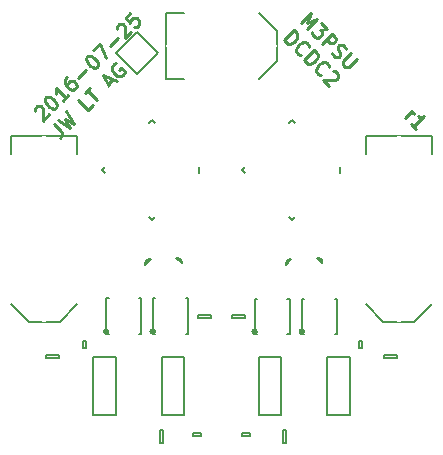
<source format=gto>
G04 #@! TF.FileFunction,Legend,Top*
%FSLAX46Y46*%
G04 Gerber Fmt 4.6, Leading zero omitted, Abs format (unit mm)*
G04 Created by KiCad (PCBNEW 4.1.0-alpha+201605071002+6776~44~ubuntu14.04.1-product) date Mon 25 Jul 2016 08:51:32 BST*
%MOMM*%
%LPD*%
G01*
G04 APERTURE LIST*
%ADD10C,0.100000*%
%ADD11C,0.250000*%
%ADD12C,0.150000*%
%ADD13R,0.450000X0.450000*%
%ADD14R,2.450000X1.036000*%
%ADD15R,2.450000X0.562000*%
%ADD16R,0.740000X2.920000*%
%ADD17R,0.950000X1.000000*%
%ADD18R,0.620000X0.620000*%
%ADD19R,1.000000X0.950000*%
%ADD20R,1.400000X4.200000*%
%ADD21C,1.200000*%
%ADD22R,2.920000X0.740000*%
%ADD23R,1.450000X1.150000*%
%ADD24R,1.150000X1.450000*%
G04 APERTURE END LIST*
D10*
D11*
X115531471Y-90599187D02*
X116097157Y-90033502D01*
X115935532Y-90195126D02*
X116056751Y-90154720D01*
X116137563Y-90154720D01*
X116258781Y-90195126D01*
X116339593Y-90275938D01*
X116501218Y-91568934D02*
X116016345Y-91084061D01*
X116258781Y-91326497D02*
X117107309Y-90477969D01*
X116905279Y-90518375D01*
X116743654Y-90518375D01*
X116622436Y-90477969D01*
X84167887Y-90014828D02*
X84167887Y-89934016D01*
X84208293Y-89812798D01*
X84410323Y-89610767D01*
X84531542Y-89570361D01*
X84612354Y-89570361D01*
X84733572Y-89610767D01*
X84814384Y-89691579D01*
X84895197Y-89853204D01*
X84895197Y-90822950D01*
X85420476Y-90297671D01*
X85097227Y-88923864D02*
X85178039Y-88843051D01*
X85299258Y-88802645D01*
X85380070Y-88802645D01*
X85501288Y-88843051D01*
X85703319Y-88964270D01*
X85905349Y-89166300D01*
X86026567Y-89368331D01*
X86066974Y-89489549D01*
X86066974Y-89570361D01*
X86026567Y-89691579D01*
X85945755Y-89772392D01*
X85824537Y-89812798D01*
X85743725Y-89812798D01*
X85622506Y-89772392D01*
X85420476Y-89651173D01*
X85218445Y-89449143D01*
X85097227Y-89247112D01*
X85056821Y-89125894D01*
X85056821Y-89045082D01*
X85097227Y-88923864D01*
X87036720Y-88681427D02*
X86551847Y-89166300D01*
X86794283Y-88923864D02*
X85945755Y-88075335D01*
X85986161Y-88277366D01*
X85986161Y-88438990D01*
X85945755Y-88560209D01*
X86915502Y-87105589D02*
X86753877Y-87267213D01*
X86713471Y-87388432D01*
X86713471Y-87469244D01*
X86753877Y-87671274D01*
X86875096Y-87873305D01*
X87198344Y-88196554D01*
X87319563Y-88236960D01*
X87400375Y-88236960D01*
X87521593Y-88196554D01*
X87683218Y-88034929D01*
X87723624Y-87913711D01*
X87723624Y-87832899D01*
X87683218Y-87711680D01*
X87481187Y-87509650D01*
X87359969Y-87469244D01*
X87279157Y-87469244D01*
X87157938Y-87509650D01*
X86996314Y-87671274D01*
X86955908Y-87792493D01*
X86955908Y-87873305D01*
X86996314Y-87994523D01*
X87885248Y-87186401D02*
X88531746Y-86539904D01*
X88572152Y-85448939D02*
X88652964Y-85368127D01*
X88774182Y-85327720D01*
X88854995Y-85327720D01*
X88976213Y-85368127D01*
X89178243Y-85489345D01*
X89380274Y-85691375D01*
X89501492Y-85893406D01*
X89541898Y-86014624D01*
X89541898Y-86095436D01*
X89501492Y-86216655D01*
X89420680Y-86297467D01*
X89299462Y-86337873D01*
X89218650Y-86337873D01*
X89097431Y-86297467D01*
X88895401Y-86176249D01*
X88693370Y-85974218D01*
X88572152Y-85772188D01*
X88531746Y-85650969D01*
X88531746Y-85570157D01*
X88572152Y-85448939D01*
X89137837Y-84883253D02*
X89703523Y-84317568D01*
X90188396Y-85529751D01*
X90552051Y-84519598D02*
X91198549Y-83873101D01*
X91117736Y-83064979D02*
X91117736Y-82984167D01*
X91158142Y-82862948D01*
X91360173Y-82660918D01*
X91481391Y-82620512D01*
X91562203Y-82620512D01*
X91683422Y-82660918D01*
X91764234Y-82741730D01*
X91845046Y-82903354D01*
X91845046Y-83873101D01*
X92370325Y-83347821D01*
X92289513Y-81731577D02*
X91885452Y-82135638D01*
X92249107Y-82580106D01*
X92249107Y-82499293D01*
X92289513Y-82378075D01*
X92491544Y-82176045D01*
X92612762Y-82135638D01*
X92693574Y-82135638D01*
X92814793Y-82176045D01*
X93016823Y-82378075D01*
X93057229Y-82499293D01*
X93057229Y-82580106D01*
X93016823Y-82701324D01*
X92814793Y-82903354D01*
X92693574Y-82943760D01*
X92612762Y-82943760D01*
X85819486Y-91100742D02*
X86425578Y-91706834D01*
X86506390Y-91868458D01*
X86506390Y-92030083D01*
X86425578Y-92191707D01*
X86344766Y-92272519D01*
X86142735Y-90777494D02*
X87193294Y-91423991D01*
X86748827Y-90656275D01*
X87516543Y-91100742D01*
X86870045Y-90050184D01*
X89092381Y-89524904D02*
X88688320Y-89928965D01*
X87839791Y-89080437D01*
X88405477Y-88514752D02*
X88890350Y-88029879D01*
X89496442Y-89120843D02*
X88647913Y-88272315D01*
X90385376Y-87747036D02*
X90789437Y-87342975D01*
X90547000Y-88070285D02*
X89981315Y-86938914D01*
X91112686Y-87504599D01*
X91031873Y-85969167D02*
X90910655Y-86009574D01*
X90789437Y-86130792D01*
X90708625Y-86292416D01*
X90708625Y-86454041D01*
X90749031Y-86575259D01*
X90870249Y-86777289D01*
X90991467Y-86898508D01*
X91193498Y-87019726D01*
X91314716Y-87060132D01*
X91476341Y-87060132D01*
X91637965Y-86979320D01*
X91718777Y-86898508D01*
X91799589Y-86736883D01*
X91799589Y-86656071D01*
X91516747Y-86373228D01*
X91355122Y-86534853D01*
X106691230Y-82529378D02*
X107539758Y-81680849D01*
X107216509Y-82569784D01*
X108105443Y-82246535D01*
X107256915Y-83095063D01*
X108428692Y-82569784D02*
X108953971Y-83095063D01*
X108347880Y-83135469D01*
X108469098Y-83256687D01*
X108509504Y-83377906D01*
X108509504Y-83458718D01*
X108469098Y-83579936D01*
X108267068Y-83781967D01*
X108145849Y-83822373D01*
X108065037Y-83822373D01*
X107943819Y-83781967D01*
X107701382Y-83539530D01*
X107660976Y-83418312D01*
X107660976Y-83337500D01*
X108469098Y-84307246D02*
X109317626Y-83458718D01*
X109640875Y-83781967D01*
X109681281Y-83903185D01*
X109681281Y-83983997D01*
X109640875Y-84105216D01*
X109519657Y-84226434D01*
X109398438Y-84266840D01*
X109317626Y-84266840D01*
X109196408Y-84226434D01*
X108873159Y-83903185D01*
X109317626Y-85074962D02*
X109398438Y-85236586D01*
X109600469Y-85438617D01*
X109721687Y-85479023D01*
X109802499Y-85479023D01*
X109923718Y-85438617D01*
X110004530Y-85357805D01*
X110044936Y-85236586D01*
X110044936Y-85155774D01*
X110004530Y-85034556D01*
X109883312Y-84832525D01*
X109842906Y-84711307D01*
X109842906Y-84630495D01*
X109883312Y-84509277D01*
X109964124Y-84428464D01*
X110085342Y-84388058D01*
X110166154Y-84388058D01*
X110287373Y-84428464D01*
X110489403Y-84630495D01*
X110570215Y-84792119D01*
X110974276Y-85115368D02*
X110287373Y-85802272D01*
X110246967Y-85923490D01*
X110246967Y-86004302D01*
X110287373Y-86125521D01*
X110448997Y-86287145D01*
X110570215Y-86327551D01*
X110651028Y-86327551D01*
X110772246Y-86287145D01*
X111459150Y-85600241D01*
X105302270Y-84039556D02*
X106150798Y-83191028D01*
X106352828Y-83393058D01*
X106433641Y-83554682D01*
X106433641Y-83716307D01*
X106393234Y-83837525D01*
X106272016Y-84039556D01*
X106150798Y-84160774D01*
X105948767Y-84281992D01*
X105827549Y-84322398D01*
X105665925Y-84322398D01*
X105504300Y-84241586D01*
X105302270Y-84039556D01*
X106716483Y-85292145D02*
X106635671Y-85292145D01*
X106474047Y-85211333D01*
X106393234Y-85130520D01*
X106312422Y-84968896D01*
X106312422Y-84807272D01*
X106352828Y-84686053D01*
X106474047Y-84484023D01*
X106595265Y-84362804D01*
X106797296Y-84241586D01*
X106918514Y-84201180D01*
X107080138Y-84201180D01*
X107241763Y-84281992D01*
X107322575Y-84362804D01*
X107403387Y-84524429D01*
X107403387Y-84605241D01*
X106999326Y-85736612D02*
X107847854Y-84888084D01*
X108049885Y-85090114D01*
X108130697Y-85251739D01*
X108130697Y-85413363D01*
X108090291Y-85534581D01*
X107969072Y-85736612D01*
X107847854Y-85857830D01*
X107645824Y-85979049D01*
X107524605Y-86019455D01*
X107362981Y-86019455D01*
X107201357Y-85938642D01*
X106999326Y-85736612D01*
X108413540Y-86989201D02*
X108332727Y-86989201D01*
X108171103Y-86908389D01*
X108090291Y-86827577D01*
X108009479Y-86665952D01*
X108009479Y-86504328D01*
X108049885Y-86383110D01*
X108171103Y-86181079D01*
X108292321Y-86059861D01*
X108494352Y-85938642D01*
X108615570Y-85898236D01*
X108777195Y-85898236D01*
X108938819Y-85979049D01*
X109019631Y-86059861D01*
X109100443Y-86221485D01*
X109100443Y-86302297D01*
X109423692Y-86625546D02*
X109504504Y-86625546D01*
X109625723Y-86665952D01*
X109827753Y-86867983D01*
X109868159Y-86989201D01*
X109868159Y-87070013D01*
X109827753Y-87191232D01*
X109746941Y-87272044D01*
X109585317Y-87352856D01*
X108615570Y-87352856D01*
X109140849Y-87878135D01*
D12*
X102911803Y-108700000D02*
G75*
G03X102911803Y-108700000I-111803J0D01*
G01*
X103000000Y-108700000D02*
G75*
G03X103000000Y-108700000I-200000J0D01*
G01*
X102800000Y-105900000D02*
X103020000Y-105900000D01*
X102800000Y-108900000D02*
X103020000Y-108900000D01*
X105800000Y-108900000D02*
X105580000Y-108900000D01*
X105800000Y-105900000D02*
X105580000Y-105900000D01*
X102800000Y-105900000D02*
X102800000Y-108900000D01*
X105800000Y-105900000D02*
X105800000Y-108900000D01*
X94286803Y-108686000D02*
G75*
G03X94286803Y-108686000I-111803J0D01*
G01*
X94375000Y-108686000D02*
G75*
G03X94375000Y-108686000I-200000J0D01*
G01*
X94175000Y-105886000D02*
X94395000Y-105886000D01*
X94175000Y-108886000D02*
X94395000Y-108886000D01*
X97175000Y-108886000D02*
X96955000Y-108886000D01*
X97175000Y-105886000D02*
X96955000Y-105886000D01*
X94175000Y-105886000D02*
X94175000Y-108886000D01*
X97175000Y-105886000D02*
X97175000Y-108886000D01*
X106911803Y-108700000D02*
G75*
G03X106911803Y-108700000I-111803J0D01*
G01*
X107000000Y-108700000D02*
G75*
G03X107000000Y-108700000I-200000J0D01*
G01*
X106800000Y-105900000D02*
X107020000Y-105900000D01*
X106800000Y-108900000D02*
X107020000Y-108900000D01*
X109800000Y-108900000D02*
X109580000Y-108900000D01*
X109800000Y-105900000D02*
X109580000Y-105900000D01*
X106800000Y-105900000D02*
X106800000Y-108900000D01*
X109800000Y-105900000D02*
X109800000Y-108900000D01*
X90336803Y-108686000D02*
G75*
G03X90336803Y-108686000I-111803J0D01*
G01*
X90425000Y-108686000D02*
G75*
G03X90425000Y-108686000I-200000J0D01*
G01*
X90225000Y-105886000D02*
X90445000Y-105886000D01*
X90225000Y-108886000D02*
X90445000Y-108886000D01*
X93225000Y-108886000D02*
X93005000Y-108886000D01*
X93225000Y-105886000D02*
X93005000Y-105886000D01*
X90225000Y-105886000D02*
X90225000Y-108886000D01*
X93225000Y-105886000D02*
X93225000Y-108886000D01*
X96810000Y-81715000D02*
X95310000Y-81715000D01*
X95310000Y-81715000D02*
X95310000Y-87285000D01*
X95310000Y-87285000D02*
X96810000Y-87285000D01*
X103190000Y-87285000D02*
X104690000Y-85785000D01*
X104690000Y-85785000D02*
X104690000Y-83215000D01*
X104690000Y-83215000D02*
X103190000Y-81715000D01*
X88525000Y-110125000D02*
X88275000Y-110125000D01*
X88275000Y-110125000D02*
X88275000Y-109475000D01*
X88275000Y-109475000D02*
X88525000Y-109475000D01*
X88525000Y-109475000D02*
X88525000Y-110125000D01*
X97575000Y-117525000D02*
X97575000Y-117275000D01*
X97575000Y-117275000D02*
X98225000Y-117275000D01*
X98225000Y-117275000D02*
X98225000Y-117525000D01*
X98225000Y-117525000D02*
X97575000Y-117525000D01*
X102425000Y-117275000D02*
X102425000Y-117525000D01*
X102425000Y-117525000D02*
X101775000Y-117525000D01*
X101775000Y-117525000D02*
X101775000Y-117275000D01*
X101775000Y-117275000D02*
X102425000Y-117275000D01*
X91050000Y-115725000D02*
X89150000Y-115725000D01*
X89150000Y-115725000D02*
X89150000Y-110875000D01*
X89150000Y-110875000D02*
X91050000Y-110875000D01*
X91050000Y-110875000D02*
X91050000Y-115725000D01*
X94950000Y-110875000D02*
X96850000Y-110875000D01*
X96850000Y-110875000D02*
X96850000Y-115725000D01*
X96850000Y-115725000D02*
X94950000Y-115725000D01*
X94950000Y-115725000D02*
X94950000Y-110875000D01*
X110850000Y-115725000D02*
X108950000Y-115725000D01*
X108950000Y-115725000D02*
X108950000Y-110875000D01*
X108950000Y-110875000D02*
X110850000Y-110875000D01*
X110850000Y-110875000D02*
X110850000Y-115725000D01*
X117785000Y-93635000D02*
X117785000Y-92135000D01*
X117785000Y-92135000D02*
X112215000Y-92135000D01*
X112215000Y-92135000D02*
X112215000Y-93635000D01*
X112215000Y-106365000D02*
X113715000Y-107865000D01*
X113715000Y-107865000D02*
X116285000Y-107865000D01*
X116285000Y-107865000D02*
X117785000Y-106365000D01*
X87785000Y-93635000D02*
X87785000Y-92135000D01*
X87785000Y-92135000D02*
X82215000Y-92135000D01*
X82215000Y-92135000D02*
X82215000Y-93635000D01*
X82215000Y-106365000D02*
X83715000Y-107865000D01*
X83715000Y-107865000D02*
X86285000Y-107865000D01*
X86285000Y-107865000D02*
X87785000Y-106365000D01*
X98095153Y-94752513D02*
X98095153Y-95247487D01*
X94347487Y-98995153D02*
X94100000Y-99242641D01*
X94100000Y-99242641D02*
X93852513Y-98995153D01*
X90104847Y-94752513D02*
X89857359Y-95000000D01*
X89857359Y-95000000D02*
X90104847Y-95247487D01*
X93852513Y-91004847D02*
X94100000Y-90757359D01*
X94100000Y-90757359D02*
X94347487Y-91004847D01*
X93611612Y-102611612D02*
X94018198Y-102558579D01*
X93611612Y-102611612D02*
X93558579Y-103018198D01*
X94018198Y-102558579D02*
X93558579Y-103018198D01*
X96588388Y-102511612D02*
X96641421Y-102918198D01*
X96588388Y-102511612D02*
X96181802Y-102458579D01*
X96641421Y-102918198D02*
X96181802Y-102458579D01*
X105511612Y-102611612D02*
X105918198Y-102558579D01*
X105511612Y-102611612D02*
X105458579Y-103018198D01*
X105918198Y-102558579D02*
X105458579Y-103018198D01*
X108488388Y-102511612D02*
X108541421Y-102918198D01*
X108488388Y-102511612D02*
X108081802Y-102458579D01*
X108541421Y-102918198D02*
X108081802Y-102458579D01*
X86250000Y-110675000D02*
X86250000Y-110925000D01*
X86250000Y-110925000D02*
X85150000Y-110925000D01*
X85150000Y-110925000D02*
X85150000Y-110675000D01*
X85150000Y-110675000D02*
X86250000Y-110675000D01*
X98050000Y-107525000D02*
X98050000Y-107275000D01*
X98050000Y-107275000D02*
X99150000Y-107275000D01*
X99150000Y-107275000D02*
X99150000Y-107525000D01*
X99150000Y-107525000D02*
X98050000Y-107525000D01*
X95025000Y-118150000D02*
X94775000Y-118150000D01*
X94775000Y-118150000D02*
X94775000Y-117050000D01*
X94775000Y-117050000D02*
X95025000Y-117050000D01*
X95025000Y-117050000D02*
X95025000Y-118150000D01*
X100850000Y-107525000D02*
X100850000Y-107275000D01*
X100850000Y-107275000D02*
X101950000Y-107275000D01*
X101950000Y-107275000D02*
X101950000Y-107525000D01*
X101950000Y-107525000D02*
X100850000Y-107525000D01*
X114850000Y-110675000D02*
X114850000Y-110925000D01*
X114850000Y-110925000D02*
X113750000Y-110925000D01*
X113750000Y-110925000D02*
X113750000Y-110675000D01*
X113750000Y-110675000D02*
X114850000Y-110675000D01*
X109995153Y-94752513D02*
X109995153Y-95247487D01*
X106247487Y-98995153D02*
X106000000Y-99242641D01*
X106000000Y-99242641D02*
X105752513Y-98995153D01*
X102004847Y-94752513D02*
X101757359Y-95000000D01*
X101757359Y-95000000D02*
X102004847Y-95247487D01*
X105752513Y-91004847D02*
X106000000Y-90757359D01*
X106000000Y-90757359D02*
X106247487Y-91004847D01*
X111925000Y-110125000D02*
X111675000Y-110125000D01*
X111675000Y-110125000D02*
X111675000Y-109475000D01*
X111675000Y-109475000D02*
X111925000Y-109475000D01*
X111925000Y-109475000D02*
X111925000Y-110125000D01*
X105050000Y-115725000D02*
X103150000Y-115725000D01*
X103150000Y-115725000D02*
X103150000Y-110875000D01*
X103150000Y-110875000D02*
X105050000Y-110875000D01*
X105050000Y-110875000D02*
X105050000Y-115725000D01*
X105175000Y-117050000D02*
X105425000Y-117050000D01*
X105425000Y-117050000D02*
X105425000Y-118150000D01*
X105425000Y-118150000D02*
X105175000Y-118150000D01*
X105175000Y-118150000D02*
X105175000Y-117050000D01*
X91033949Y-85130000D02*
X92830000Y-83333949D01*
X92830000Y-83333949D02*
X94626051Y-85130000D01*
X94626051Y-85130000D02*
X92830000Y-86926051D01*
X92830000Y-86926051D02*
X91033949Y-85130000D01*
%LPC*%
D13*
X105275000Y-108786000D03*
X104625000Y-108786000D03*
X103325000Y-108786000D03*
X103975000Y-108786000D03*
X103325000Y-106014000D03*
X103975000Y-106014000D03*
X104625000Y-106014000D03*
X105275000Y-106014000D03*
D14*
X104300000Y-106966000D03*
D15*
X104300000Y-108071000D03*
D13*
X96650000Y-108772000D03*
X96000000Y-108772000D03*
X94700000Y-108772000D03*
X95350000Y-108772000D03*
X94700000Y-106000000D03*
X95350000Y-106000000D03*
X96000000Y-106000000D03*
X96650000Y-106000000D03*
D14*
X95675000Y-106952000D03*
D15*
X95675000Y-108057000D03*
D13*
X109275000Y-108786000D03*
X108625000Y-108786000D03*
X107325000Y-108786000D03*
X107975000Y-108786000D03*
X107325000Y-106014000D03*
X107975000Y-106014000D03*
X108625000Y-106014000D03*
X109275000Y-106014000D03*
D14*
X108300000Y-106966000D03*
D15*
X108300000Y-108071000D03*
D13*
X92700000Y-108772000D03*
X92050000Y-108772000D03*
X90750000Y-108772000D03*
X91400000Y-108772000D03*
X90750000Y-106000000D03*
X91400000Y-106000000D03*
X92050000Y-106000000D03*
X92700000Y-106000000D03*
D14*
X91725000Y-106952000D03*
D15*
X91725000Y-108057000D03*
D10*
G36*
X92856604Y-90818198D02*
X92418198Y-91256604D01*
X91979792Y-90818198D01*
X92418198Y-90379792D01*
X92856604Y-90818198D01*
X92856604Y-90818198D01*
G37*
G36*
X92220208Y-90181802D02*
X91781802Y-90620208D01*
X91343396Y-90181802D01*
X91781802Y-89743396D01*
X92220208Y-90181802D01*
X92220208Y-90181802D01*
G37*
G36*
X104756604Y-90818198D02*
X104318198Y-91256604D01*
X103879792Y-90818198D01*
X104318198Y-90379792D01*
X104756604Y-90818198D01*
X104756604Y-90818198D01*
G37*
G36*
X104120208Y-90181802D02*
X103681802Y-90620208D01*
X103243396Y-90181802D01*
X103681802Y-89743396D01*
X104120208Y-90181802D01*
X104120208Y-90181802D01*
G37*
G36*
X107918198Y-100043396D02*
X108356604Y-100481802D01*
X107918198Y-100920208D01*
X107479792Y-100481802D01*
X107918198Y-100043396D01*
X107918198Y-100043396D01*
G37*
G36*
X107281802Y-100679792D02*
X107720208Y-101118198D01*
X107281802Y-101556604D01*
X106843396Y-101118198D01*
X107281802Y-100679792D01*
X107281802Y-100679792D01*
G37*
G36*
X96018198Y-100043396D02*
X96456604Y-100481802D01*
X96018198Y-100920208D01*
X95579792Y-100481802D01*
X96018198Y-100043396D01*
X96018198Y-100043396D01*
G37*
G36*
X95381802Y-100679792D02*
X95820208Y-101118198D01*
X95381802Y-101556604D01*
X94943396Y-101118198D01*
X95381802Y-100679792D01*
X95381802Y-100679792D01*
G37*
G36*
X92743396Y-88781802D02*
X93181802Y-88343396D01*
X93620208Y-88781802D01*
X93181802Y-89220208D01*
X92743396Y-88781802D01*
X92743396Y-88781802D01*
G37*
G36*
X93379792Y-89418198D02*
X93818198Y-88979792D01*
X94256604Y-89418198D01*
X93818198Y-89856604D01*
X93379792Y-89418198D01*
X93379792Y-89418198D01*
G37*
D16*
X97460000Y-86215000D03*
X97460000Y-82785000D03*
X98730000Y-86215000D03*
X98730000Y-82785000D03*
X100000000Y-86215000D03*
X100000000Y-82785000D03*
X101270000Y-86215000D03*
X101270000Y-82785000D03*
X102540000Y-86215000D03*
X102540000Y-82785000D03*
D10*
G36*
X104643396Y-88781802D02*
X105081802Y-88343396D01*
X105520208Y-88781802D01*
X105081802Y-89220208D01*
X104643396Y-88781802D01*
X104643396Y-88781802D01*
G37*
G36*
X105279792Y-89418198D02*
X105718198Y-88979792D01*
X106156604Y-89418198D01*
X105718198Y-89856604D01*
X105279792Y-89418198D01*
X105279792Y-89418198D01*
G37*
D17*
X89200000Y-109800000D03*
X87600000Y-109800000D03*
D10*
G36*
X90381802Y-99356604D02*
X89943396Y-98918198D01*
X90381802Y-98479792D01*
X90820208Y-98918198D01*
X90381802Y-99356604D01*
X90381802Y-99356604D01*
G37*
G36*
X91018198Y-98720208D02*
X90579792Y-98281802D01*
X91018198Y-97843396D01*
X91456604Y-98281802D01*
X91018198Y-98720208D01*
X91018198Y-98720208D01*
G37*
G36*
X91318198Y-88543396D02*
X91756604Y-88981802D01*
X91318198Y-89420208D01*
X90879792Y-88981802D01*
X91318198Y-88543396D01*
X91318198Y-88543396D01*
G37*
G36*
X90681802Y-89179792D02*
X91120208Y-89618198D01*
X90681802Y-90056604D01*
X90243396Y-89618198D01*
X90681802Y-89179792D01*
X90681802Y-89179792D01*
G37*
G36*
X91456604Y-92218198D02*
X91018198Y-92656604D01*
X90579792Y-92218198D01*
X91018198Y-91779792D01*
X91456604Y-92218198D01*
X91456604Y-92218198D01*
G37*
G36*
X90820208Y-91581802D02*
X90381802Y-92020208D01*
X89943396Y-91581802D01*
X90381802Y-91143396D01*
X90820208Y-91581802D01*
X90820208Y-91581802D01*
G37*
G36*
X90618198Y-87843396D02*
X91056604Y-88281802D01*
X90618198Y-88720208D01*
X90179792Y-88281802D01*
X90618198Y-87843396D01*
X90618198Y-87843396D01*
G37*
G36*
X89981802Y-88479792D02*
X90420208Y-88918198D01*
X89981802Y-89356604D01*
X89543396Y-88918198D01*
X89981802Y-88479792D01*
X89981802Y-88479792D01*
G37*
G36*
X90756604Y-92918198D02*
X90318198Y-93356604D01*
X89879792Y-92918198D01*
X90318198Y-92479792D01*
X90756604Y-92918198D01*
X90756604Y-92918198D01*
G37*
G36*
X90120208Y-92281802D02*
X89681802Y-92720208D01*
X89243396Y-92281802D01*
X89681802Y-91843396D01*
X90120208Y-92281802D01*
X90120208Y-92281802D01*
G37*
D18*
X99100000Y-99850000D03*
X99100000Y-98950000D03*
D10*
G36*
X96981802Y-90256604D02*
X96543396Y-89818198D01*
X96981802Y-89379792D01*
X97420208Y-89818198D01*
X96981802Y-90256604D01*
X96981802Y-90256604D01*
G37*
G36*
X97618198Y-89620208D02*
X97179792Y-89181802D01*
X97618198Y-88743396D01*
X98056604Y-89181802D01*
X97618198Y-89620208D01*
X97618198Y-89620208D01*
G37*
D18*
X98700000Y-97950000D03*
X98700000Y-97050000D03*
D10*
G36*
X90643396Y-90881802D02*
X91081802Y-90443396D01*
X91520208Y-90881802D01*
X91081802Y-91320208D01*
X90643396Y-90881802D01*
X90643396Y-90881802D01*
G37*
G36*
X91279792Y-91518198D02*
X91718198Y-91079792D01*
X92156604Y-91518198D01*
X91718198Y-91956604D01*
X91279792Y-91518198D01*
X91279792Y-91518198D01*
G37*
D19*
X97900000Y-118200000D03*
X97900000Y-116600000D03*
X102100000Y-116600000D03*
X102100000Y-118200000D03*
D10*
G36*
X103138406Y-100200000D02*
X102700000Y-100638406D01*
X102261594Y-100200000D01*
X102700000Y-99761594D01*
X103138406Y-100200000D01*
X103138406Y-100200000D01*
G37*
G36*
X102502010Y-99563604D02*
X102063604Y-100002010D01*
X101625198Y-99563604D01*
X102063604Y-99125198D01*
X102502010Y-99563604D01*
X102502010Y-99563604D01*
G37*
G36*
X113081802Y-90756604D02*
X112643396Y-90318198D01*
X113081802Y-89879792D01*
X113520208Y-90318198D01*
X113081802Y-90756604D01*
X113081802Y-90756604D01*
G37*
G36*
X113718198Y-90120208D02*
X113279792Y-89681802D01*
X113718198Y-89243396D01*
X114156604Y-89681802D01*
X113718198Y-90120208D01*
X113718198Y-90120208D01*
G37*
G36*
X103356604Y-92218198D02*
X102918198Y-92656604D01*
X102479792Y-92218198D01*
X102918198Y-91779792D01*
X103356604Y-92218198D01*
X103356604Y-92218198D01*
G37*
G36*
X102720208Y-91581802D02*
X102281802Y-92020208D01*
X101843396Y-91581802D01*
X102281802Y-91143396D01*
X102720208Y-91581802D01*
X102720208Y-91581802D01*
G37*
G36*
X113781802Y-91456604D02*
X113343396Y-91018198D01*
X113781802Y-90579792D01*
X114220208Y-91018198D01*
X113781802Y-91456604D01*
X113781802Y-91456604D01*
G37*
G36*
X114418198Y-90820208D02*
X113979792Y-90381802D01*
X114418198Y-89943396D01*
X114856604Y-90381802D01*
X114418198Y-90820208D01*
X114418198Y-90820208D01*
G37*
G36*
X102418198Y-92643396D02*
X102856604Y-93081802D01*
X102418198Y-93520208D01*
X101979792Y-93081802D01*
X102418198Y-92643396D01*
X102418198Y-92643396D01*
G37*
G36*
X101781802Y-93279792D02*
X102220208Y-93718198D01*
X101781802Y-94156604D01*
X101343396Y-93718198D01*
X101781802Y-93279792D01*
X101781802Y-93279792D01*
G37*
G36*
X110036396Y-88525198D02*
X110474802Y-88963604D01*
X110036396Y-89402010D01*
X109597990Y-88963604D01*
X110036396Y-88525198D01*
X110036396Y-88525198D01*
G37*
G36*
X109400000Y-89161594D02*
X109838406Y-89600000D01*
X109400000Y-90038406D01*
X108961594Y-89600000D01*
X109400000Y-89161594D01*
X109400000Y-89161594D01*
G37*
G36*
X112756604Y-89718198D02*
X112318198Y-90156604D01*
X111879792Y-89718198D01*
X112318198Y-89279792D01*
X112756604Y-89718198D01*
X112756604Y-89718198D01*
G37*
G36*
X112120208Y-89081802D02*
X111681802Y-89520208D01*
X111243396Y-89081802D01*
X111681802Y-88643396D01*
X112120208Y-89081802D01*
X112120208Y-89081802D01*
G37*
G36*
X109336396Y-87825198D02*
X109774802Y-88263604D01*
X109336396Y-88702010D01*
X108897990Y-88263604D01*
X109336396Y-87825198D01*
X109336396Y-87825198D01*
G37*
G36*
X108700000Y-88461594D02*
X109138406Y-88900000D01*
X108700000Y-89338406D01*
X108261594Y-88900000D01*
X108700000Y-88461594D01*
X108700000Y-88461594D01*
G37*
D20*
X91950000Y-113300000D03*
X88250000Y-113300000D03*
X94050000Y-113300000D03*
X97750000Y-113300000D03*
X111750000Y-113300000D03*
X108050000Y-113300000D03*
D21*
X115000000Y-107305000D03*
X115000000Y-92695000D03*
D22*
X113285000Y-94285000D03*
X116715000Y-94285000D03*
X113285000Y-95555000D03*
X116715000Y-95555000D03*
X113285000Y-96825000D03*
X116715000Y-96825000D03*
X113285000Y-98095000D03*
X116715000Y-98095000D03*
X113285000Y-99365000D03*
X116715000Y-99365000D03*
X113285000Y-100635000D03*
X116715000Y-100635000D03*
X113285000Y-101905000D03*
X116715000Y-101905000D03*
X113285000Y-103175000D03*
X116715000Y-103175000D03*
X113285000Y-104445000D03*
X116715000Y-104445000D03*
X113285000Y-105715000D03*
X116715000Y-105715000D03*
D21*
X85000000Y-107305000D03*
X85000000Y-92695000D03*
D22*
X83285000Y-94285000D03*
X86715000Y-94285000D03*
X83285000Y-95555000D03*
X86715000Y-95555000D03*
X83285000Y-96825000D03*
X86715000Y-96825000D03*
X83285000Y-98095000D03*
X86715000Y-98095000D03*
X83285000Y-99365000D03*
X86715000Y-99365000D03*
X83285000Y-100635000D03*
X86715000Y-100635000D03*
X83285000Y-101905000D03*
X86715000Y-101905000D03*
X83285000Y-103175000D03*
X86715000Y-103175000D03*
X83285000Y-104445000D03*
X86715000Y-104445000D03*
X83285000Y-105715000D03*
X86715000Y-105715000D03*
D10*
G36*
X97900699Y-94204505D02*
X98077476Y-94381282D01*
X97582501Y-94876257D01*
X97405724Y-94699480D01*
X97900699Y-94204505D01*
X97900699Y-94204505D01*
G37*
G36*
X97547146Y-93850951D02*
X97723923Y-94027728D01*
X97228948Y-94522703D01*
X97052171Y-94345926D01*
X97547146Y-93850951D01*
X97547146Y-93850951D01*
G37*
G36*
X97193592Y-93497398D02*
X97370369Y-93674175D01*
X96875394Y-94169150D01*
X96698617Y-93992373D01*
X97193592Y-93497398D01*
X97193592Y-93497398D01*
G37*
G36*
X96840039Y-93143844D02*
X97016816Y-93320621D01*
X96521841Y-93815596D01*
X96345064Y-93638819D01*
X96840039Y-93143844D01*
X96840039Y-93143844D01*
G37*
G36*
X96486485Y-92790291D02*
X96663262Y-92967068D01*
X96168287Y-93462043D01*
X95991510Y-93285266D01*
X96486485Y-92790291D01*
X96486485Y-92790291D01*
G37*
G36*
X96132932Y-92436738D02*
X96309709Y-92613515D01*
X95814734Y-93108490D01*
X95637957Y-92931713D01*
X96132932Y-92436738D01*
X96132932Y-92436738D01*
G37*
G36*
X95779379Y-92083184D02*
X95956156Y-92259961D01*
X95461181Y-92754936D01*
X95284404Y-92578159D01*
X95779379Y-92083184D01*
X95779379Y-92083184D01*
G37*
G36*
X95425825Y-91729631D02*
X95602602Y-91906408D01*
X95107627Y-92401383D01*
X94930850Y-92224606D01*
X95425825Y-91729631D01*
X95425825Y-91729631D01*
G37*
G36*
X95072272Y-91376077D02*
X95249049Y-91552854D01*
X94754074Y-92047829D01*
X94577297Y-91871052D01*
X95072272Y-91376077D01*
X95072272Y-91376077D01*
G37*
G36*
X94718718Y-91022524D02*
X94895495Y-91199301D01*
X94400520Y-91694276D01*
X94223743Y-91517499D01*
X94718718Y-91022524D01*
X94718718Y-91022524D01*
G37*
G36*
X93481282Y-91022524D02*
X93976257Y-91517499D01*
X93799480Y-91694276D01*
X93304505Y-91199301D01*
X93481282Y-91022524D01*
X93481282Y-91022524D01*
G37*
G36*
X93127728Y-91376077D02*
X93622703Y-91871052D01*
X93445926Y-92047829D01*
X92950951Y-91552854D01*
X93127728Y-91376077D01*
X93127728Y-91376077D01*
G37*
G36*
X92774175Y-91729631D02*
X93269150Y-92224606D01*
X93092373Y-92401383D01*
X92597398Y-91906408D01*
X92774175Y-91729631D01*
X92774175Y-91729631D01*
G37*
G36*
X92420621Y-92083184D02*
X92915596Y-92578159D01*
X92738819Y-92754936D01*
X92243844Y-92259961D01*
X92420621Y-92083184D01*
X92420621Y-92083184D01*
G37*
G36*
X92067068Y-92436738D02*
X92562043Y-92931713D01*
X92385266Y-93108490D01*
X91890291Y-92613515D01*
X92067068Y-92436738D01*
X92067068Y-92436738D01*
G37*
G36*
X91713515Y-92790291D02*
X92208490Y-93285266D01*
X92031713Y-93462043D01*
X91536738Y-92967068D01*
X91713515Y-92790291D01*
X91713515Y-92790291D01*
G37*
G36*
X91359961Y-93143844D02*
X91854936Y-93638819D01*
X91678159Y-93815596D01*
X91183184Y-93320621D01*
X91359961Y-93143844D01*
X91359961Y-93143844D01*
G37*
G36*
X91006408Y-93497398D02*
X91501383Y-93992373D01*
X91324606Y-94169150D01*
X90829631Y-93674175D01*
X91006408Y-93497398D01*
X91006408Y-93497398D01*
G37*
G36*
X90652854Y-93850951D02*
X91147829Y-94345926D01*
X90971052Y-94522703D01*
X90476077Y-94027728D01*
X90652854Y-93850951D01*
X90652854Y-93850951D01*
G37*
G36*
X90299301Y-94204505D02*
X90794276Y-94699480D01*
X90617499Y-94876257D01*
X90122524Y-94381282D01*
X90299301Y-94204505D01*
X90299301Y-94204505D01*
G37*
G36*
X90617499Y-95123743D02*
X90794276Y-95300520D01*
X90299301Y-95795495D01*
X90122524Y-95618718D01*
X90617499Y-95123743D01*
X90617499Y-95123743D01*
G37*
G36*
X90971052Y-95477297D02*
X91147829Y-95654074D01*
X90652854Y-96149049D01*
X90476077Y-95972272D01*
X90971052Y-95477297D01*
X90971052Y-95477297D01*
G37*
G36*
X91324606Y-95830850D02*
X91501383Y-96007627D01*
X91006408Y-96502602D01*
X90829631Y-96325825D01*
X91324606Y-95830850D01*
X91324606Y-95830850D01*
G37*
G36*
X91678159Y-96184404D02*
X91854936Y-96361181D01*
X91359961Y-96856156D01*
X91183184Y-96679379D01*
X91678159Y-96184404D01*
X91678159Y-96184404D01*
G37*
G36*
X92031713Y-96537957D02*
X92208490Y-96714734D01*
X91713515Y-97209709D01*
X91536738Y-97032932D01*
X92031713Y-96537957D01*
X92031713Y-96537957D01*
G37*
G36*
X92385266Y-96891510D02*
X92562043Y-97068287D01*
X92067068Y-97563262D01*
X91890291Y-97386485D01*
X92385266Y-96891510D01*
X92385266Y-96891510D01*
G37*
G36*
X92738819Y-97245064D02*
X92915596Y-97421841D01*
X92420621Y-97916816D01*
X92243844Y-97740039D01*
X92738819Y-97245064D01*
X92738819Y-97245064D01*
G37*
G36*
X93092373Y-97598617D02*
X93269150Y-97775394D01*
X92774175Y-98270369D01*
X92597398Y-98093592D01*
X93092373Y-97598617D01*
X93092373Y-97598617D01*
G37*
G36*
X93445926Y-97952171D02*
X93622703Y-98128948D01*
X93127728Y-98623923D01*
X92950951Y-98447146D01*
X93445926Y-97952171D01*
X93445926Y-97952171D01*
G37*
G36*
X93799480Y-98305724D02*
X93976257Y-98482501D01*
X93481282Y-98977476D01*
X93304505Y-98800699D01*
X93799480Y-98305724D01*
X93799480Y-98305724D01*
G37*
G36*
X94400520Y-98305724D02*
X94895495Y-98800699D01*
X94718718Y-98977476D01*
X94223743Y-98482501D01*
X94400520Y-98305724D01*
X94400520Y-98305724D01*
G37*
G36*
X94754074Y-97952171D02*
X95249049Y-98447146D01*
X95072272Y-98623923D01*
X94577297Y-98128948D01*
X94754074Y-97952171D01*
X94754074Y-97952171D01*
G37*
G36*
X95107627Y-97598617D02*
X95602602Y-98093592D01*
X95425825Y-98270369D01*
X94930850Y-97775394D01*
X95107627Y-97598617D01*
X95107627Y-97598617D01*
G37*
G36*
X95461181Y-97245064D02*
X95956156Y-97740039D01*
X95779379Y-97916816D01*
X95284404Y-97421841D01*
X95461181Y-97245064D01*
X95461181Y-97245064D01*
G37*
G36*
X95814734Y-96891510D02*
X96309709Y-97386485D01*
X96132932Y-97563262D01*
X95637957Y-97068287D01*
X95814734Y-96891510D01*
X95814734Y-96891510D01*
G37*
G36*
X96168287Y-96537957D02*
X96663262Y-97032932D01*
X96486485Y-97209709D01*
X95991510Y-96714734D01*
X96168287Y-96537957D01*
X96168287Y-96537957D01*
G37*
G36*
X96521841Y-96184404D02*
X97016816Y-96679379D01*
X96840039Y-96856156D01*
X96345064Y-96361181D01*
X96521841Y-96184404D01*
X96521841Y-96184404D01*
G37*
G36*
X96875394Y-95830850D02*
X97370369Y-96325825D01*
X97193592Y-96502602D01*
X96698617Y-96007627D01*
X96875394Y-95830850D01*
X96875394Y-95830850D01*
G37*
G36*
X97228948Y-95477297D02*
X97723923Y-95972272D01*
X97547146Y-96149049D01*
X97052171Y-95654074D01*
X97228948Y-95477297D01*
X97228948Y-95477297D01*
G37*
G36*
X97582501Y-95123743D02*
X98077476Y-95618718D01*
X97900699Y-95795495D01*
X97405724Y-95300520D01*
X97582501Y-95123743D01*
X97582501Y-95123743D01*
G37*
G36*
X96709224Y-94482398D02*
X97226826Y-95000000D01*
X96709224Y-95517602D01*
X96191622Y-95000000D01*
X96709224Y-94482398D01*
X96709224Y-94482398D01*
G37*
G36*
X95839483Y-93612657D02*
X96357085Y-94130259D01*
X95839483Y-94647861D01*
X95321881Y-94130259D01*
X95839483Y-93612657D01*
X95839483Y-93612657D01*
G37*
G36*
X94969741Y-92742915D02*
X95487343Y-93260517D01*
X94969741Y-93778119D01*
X94452139Y-93260517D01*
X94969741Y-92742915D01*
X94969741Y-92742915D01*
G37*
G36*
X94100000Y-91873174D02*
X94617602Y-92390776D01*
X94100000Y-92908378D01*
X93582398Y-92390776D01*
X94100000Y-91873174D01*
X94100000Y-91873174D01*
G37*
G36*
X95839483Y-95352139D02*
X96357085Y-95869741D01*
X95839483Y-96387343D01*
X95321881Y-95869741D01*
X95839483Y-95352139D01*
X95839483Y-95352139D01*
G37*
G36*
X94969741Y-94482398D02*
X95487343Y-95000000D01*
X94969741Y-95517602D01*
X94452139Y-95000000D01*
X94969741Y-94482398D01*
X94969741Y-94482398D01*
G37*
G36*
X94100000Y-93612657D02*
X94617602Y-94130259D01*
X94100000Y-94647861D01*
X93582398Y-94130259D01*
X94100000Y-93612657D01*
X94100000Y-93612657D01*
G37*
G36*
X93230259Y-92742915D02*
X93747861Y-93260517D01*
X93230259Y-93778119D01*
X92712657Y-93260517D01*
X93230259Y-92742915D01*
X93230259Y-92742915D01*
G37*
G36*
X94969741Y-96221881D02*
X95487343Y-96739483D01*
X94969741Y-97257085D01*
X94452139Y-96739483D01*
X94969741Y-96221881D01*
X94969741Y-96221881D01*
G37*
G36*
X94100000Y-95352139D02*
X94617602Y-95869741D01*
X94100000Y-96387343D01*
X93582398Y-95869741D01*
X94100000Y-95352139D01*
X94100000Y-95352139D01*
G37*
G36*
X93230259Y-94482398D02*
X93747861Y-95000000D01*
X93230259Y-95517602D01*
X92712657Y-95000000D01*
X93230259Y-94482398D01*
X93230259Y-94482398D01*
G37*
G36*
X92360517Y-93612657D02*
X92878119Y-94130259D01*
X92360517Y-94647861D01*
X91842915Y-94130259D01*
X92360517Y-93612657D01*
X92360517Y-93612657D01*
G37*
G36*
X94100000Y-97091622D02*
X94617602Y-97609224D01*
X94100000Y-98126826D01*
X93582398Y-97609224D01*
X94100000Y-97091622D01*
X94100000Y-97091622D01*
G37*
G36*
X93230259Y-96221881D02*
X93747861Y-96739483D01*
X93230259Y-97257085D01*
X92712657Y-96739483D01*
X93230259Y-96221881D01*
X93230259Y-96221881D01*
G37*
G36*
X92360517Y-95352139D02*
X92878119Y-95869741D01*
X92360517Y-96387343D01*
X91842915Y-95869741D01*
X92360517Y-95352139D01*
X92360517Y-95352139D01*
G37*
G36*
X91490776Y-94482398D02*
X92008378Y-95000000D01*
X91490776Y-95517602D01*
X90973174Y-95000000D01*
X91490776Y-94482398D01*
X91490776Y-94482398D01*
G37*
G36*
X92444886Y-102151993D02*
X93151993Y-101444886D01*
X93823744Y-102116637D01*
X93116637Y-102823744D01*
X92444886Y-102151993D01*
X92444886Y-102151993D01*
G37*
G36*
X93576256Y-103283363D02*
X94283363Y-102576256D01*
X94955114Y-103248007D01*
X94248007Y-103955114D01*
X93576256Y-103283363D01*
X93576256Y-103283363D01*
G37*
G36*
X97048007Y-101344886D02*
X97755114Y-102051993D01*
X97083363Y-102723744D01*
X96376256Y-102016637D01*
X97048007Y-101344886D01*
X97048007Y-101344886D01*
G37*
G36*
X95916637Y-102476256D02*
X96623744Y-103183363D01*
X95951993Y-103855114D01*
X95244886Y-103148007D01*
X95916637Y-102476256D01*
X95916637Y-102476256D01*
G37*
G36*
X104344886Y-102151993D02*
X105051993Y-101444886D01*
X105723744Y-102116637D01*
X105016637Y-102823744D01*
X104344886Y-102151993D01*
X104344886Y-102151993D01*
G37*
G36*
X105476256Y-103283363D02*
X106183363Y-102576256D01*
X106855114Y-103248007D01*
X106148007Y-103955114D01*
X105476256Y-103283363D01*
X105476256Y-103283363D01*
G37*
G36*
X108948007Y-101344886D02*
X109655114Y-102051993D01*
X108983363Y-102723744D01*
X108276256Y-102016637D01*
X108948007Y-101344886D01*
X108948007Y-101344886D01*
G37*
G36*
X107816637Y-102476256D02*
X108523744Y-103183363D01*
X107851993Y-103855114D01*
X107144886Y-103148007D01*
X107816637Y-102476256D01*
X107816637Y-102476256D01*
G37*
D23*
X85700000Y-109900000D03*
X85700000Y-111700000D03*
D10*
G36*
X92043396Y-89481802D02*
X92481802Y-89043396D01*
X92920208Y-89481802D01*
X92481802Y-89920208D01*
X92043396Y-89481802D01*
X92043396Y-89481802D01*
G37*
G36*
X92679792Y-90118198D02*
X93118198Y-89679792D01*
X93556604Y-90118198D01*
X93118198Y-90556604D01*
X92679792Y-90118198D01*
X92679792Y-90118198D01*
G37*
G36*
X95218198Y-99243396D02*
X95656604Y-99681802D01*
X95218198Y-100120208D01*
X94779792Y-99681802D01*
X95218198Y-99243396D01*
X95218198Y-99243396D01*
G37*
G36*
X94581802Y-99879792D02*
X95020208Y-100318198D01*
X94581802Y-100756604D01*
X94143396Y-100318198D01*
X94581802Y-99879792D01*
X94581802Y-99879792D01*
G37*
G36*
X93156604Y-103618198D02*
X92718198Y-104056604D01*
X92279792Y-103618198D01*
X92718198Y-103179792D01*
X93156604Y-103618198D01*
X93156604Y-103618198D01*
G37*
G36*
X92520208Y-102981802D02*
X92081802Y-103420208D01*
X91643396Y-102981802D01*
X92081802Y-102543396D01*
X92520208Y-102981802D01*
X92520208Y-102981802D01*
G37*
G36*
X88543396Y-92981802D02*
X88981802Y-92543396D01*
X89420208Y-92981802D01*
X88981802Y-93420208D01*
X88543396Y-92981802D01*
X88543396Y-92981802D01*
G37*
G36*
X89179792Y-93618198D02*
X89618198Y-93179792D01*
X90056604Y-93618198D01*
X89618198Y-94056604D01*
X89179792Y-93618198D01*
X89179792Y-93618198D01*
G37*
G36*
X89618198Y-96443396D02*
X90056604Y-96881802D01*
X89618198Y-97320208D01*
X89179792Y-96881802D01*
X89618198Y-96443396D01*
X89618198Y-96443396D01*
G37*
G36*
X88981802Y-97079792D02*
X89420208Y-97518198D01*
X88981802Y-97956604D01*
X88543396Y-97518198D01*
X88981802Y-97079792D01*
X88981802Y-97079792D01*
G37*
G36*
X99256604Y-93318198D02*
X98818198Y-93756604D01*
X98379792Y-93318198D01*
X98818198Y-92879792D01*
X99256604Y-93318198D01*
X99256604Y-93318198D01*
G37*
G36*
X98620208Y-92681802D02*
X98181802Y-93120208D01*
X97743396Y-92681802D01*
X98181802Y-92243396D01*
X98620208Y-92681802D01*
X98620208Y-92681802D01*
G37*
D23*
X98600000Y-108300000D03*
X98600000Y-106500000D03*
D10*
G36*
X97956604Y-91718198D02*
X97518198Y-92156604D01*
X97079792Y-91718198D01*
X97518198Y-91279792D01*
X97956604Y-91718198D01*
X97956604Y-91718198D01*
G37*
G36*
X97320208Y-91081802D02*
X96881802Y-91520208D01*
X96443396Y-91081802D01*
X96881802Y-90643396D01*
X97320208Y-91081802D01*
X97320208Y-91081802D01*
G37*
G36*
X99018198Y-90143396D02*
X99456604Y-90581802D01*
X99018198Y-91020208D01*
X98579792Y-90581802D01*
X99018198Y-90143396D01*
X99018198Y-90143396D01*
G37*
G36*
X98381802Y-90779792D02*
X98820208Y-91218198D01*
X98381802Y-91656604D01*
X97943396Y-91218198D01*
X98381802Y-90779792D01*
X98381802Y-90779792D01*
G37*
G36*
X98318198Y-89443396D02*
X98756604Y-89881802D01*
X98318198Y-90320208D01*
X97879792Y-89881802D01*
X98318198Y-89443396D01*
X98318198Y-89443396D01*
G37*
G36*
X97681802Y-90079792D02*
X98120208Y-90518198D01*
X97681802Y-90956604D01*
X97243396Y-90518198D01*
X97681802Y-90079792D01*
X97681802Y-90079792D01*
G37*
G36*
X98018198Y-102543396D02*
X98456604Y-102981802D01*
X98018198Y-103420208D01*
X97579792Y-102981802D01*
X98018198Y-102543396D01*
X98018198Y-102543396D01*
G37*
G36*
X97381802Y-103179792D02*
X97820208Y-103618198D01*
X97381802Y-104056604D01*
X96943396Y-103618198D01*
X97381802Y-103179792D01*
X97381802Y-103179792D01*
G37*
D24*
X95800000Y-117600000D03*
X94000000Y-117600000D03*
D10*
G36*
X103943396Y-89481802D02*
X104381802Y-89043396D01*
X104820208Y-89481802D01*
X104381802Y-89920208D01*
X103943396Y-89481802D01*
X103943396Y-89481802D01*
G37*
G36*
X104579792Y-90118198D02*
X105018198Y-89679792D01*
X105456604Y-90118198D01*
X105018198Y-90556604D01*
X104579792Y-90118198D01*
X104579792Y-90118198D01*
G37*
G36*
X107118198Y-99243396D02*
X107556604Y-99681802D01*
X107118198Y-100120208D01*
X106679792Y-99681802D01*
X107118198Y-99243396D01*
X107118198Y-99243396D01*
G37*
G36*
X106481802Y-99879792D02*
X106920208Y-100318198D01*
X106481802Y-100756604D01*
X106043396Y-100318198D01*
X106481802Y-99879792D01*
X106481802Y-99879792D01*
G37*
G36*
X103818198Y-98193396D02*
X104256604Y-98631802D01*
X103818198Y-99070208D01*
X103379792Y-98631802D01*
X103818198Y-98193396D01*
X103818198Y-98193396D01*
G37*
G36*
X103181802Y-98829792D02*
X103620208Y-99268198D01*
X103181802Y-99706604D01*
X102743396Y-99268198D01*
X103181802Y-98829792D01*
X103181802Y-98829792D01*
G37*
G36*
X105056604Y-103618198D02*
X104618198Y-104056604D01*
X104179792Y-103618198D01*
X104618198Y-103179792D01*
X105056604Y-103618198D01*
X105056604Y-103618198D01*
G37*
G36*
X104420208Y-102981802D02*
X103981802Y-103420208D01*
X103543396Y-102981802D01*
X103981802Y-102543396D01*
X104420208Y-102981802D01*
X104420208Y-102981802D01*
G37*
D18*
X101600000Y-96700000D03*
X101600000Y-97600000D03*
D10*
G36*
X102968198Y-97343396D02*
X103406604Y-97781802D01*
X102968198Y-98220208D01*
X102529792Y-97781802D01*
X102968198Y-97343396D01*
X102968198Y-97343396D01*
G37*
G36*
X102331802Y-97979792D02*
X102770208Y-98418198D01*
X102331802Y-98856604D01*
X101893396Y-98418198D01*
X102331802Y-97979792D01*
X102331802Y-97979792D01*
G37*
G36*
X111006604Y-92868198D02*
X110568198Y-93306604D01*
X110129792Y-92868198D01*
X110568198Y-92429792D01*
X111006604Y-92868198D01*
X111006604Y-92868198D01*
G37*
G36*
X110370208Y-92231802D02*
X109931802Y-92670208D01*
X109493396Y-92231802D01*
X109931802Y-91793396D01*
X110370208Y-92231802D01*
X110370208Y-92231802D01*
G37*
D23*
X101400000Y-108300000D03*
X101400000Y-106500000D03*
D10*
G36*
X109556604Y-91418198D02*
X109118198Y-91856604D01*
X108679792Y-91418198D01*
X109118198Y-90979792D01*
X109556604Y-91418198D01*
X109556604Y-91418198D01*
G37*
G36*
X108920208Y-90781802D02*
X108481802Y-91220208D01*
X108043396Y-90781802D01*
X108481802Y-90343396D01*
X108920208Y-90781802D01*
X108920208Y-90781802D01*
G37*
G36*
X110543396Y-89781802D02*
X110981802Y-89343396D01*
X111420208Y-89781802D01*
X110981802Y-90220208D01*
X110543396Y-89781802D01*
X110543396Y-89781802D01*
G37*
G36*
X111179792Y-90418198D02*
X111618198Y-89979792D01*
X112056604Y-90418198D01*
X111618198Y-90856604D01*
X111179792Y-90418198D01*
X111179792Y-90418198D01*
G37*
D23*
X114300000Y-109900000D03*
X114300000Y-111700000D03*
D10*
G36*
X109800699Y-94204505D02*
X109977476Y-94381282D01*
X109482501Y-94876257D01*
X109305724Y-94699480D01*
X109800699Y-94204505D01*
X109800699Y-94204505D01*
G37*
G36*
X109447146Y-93850951D02*
X109623923Y-94027728D01*
X109128948Y-94522703D01*
X108952171Y-94345926D01*
X109447146Y-93850951D01*
X109447146Y-93850951D01*
G37*
G36*
X109093592Y-93497398D02*
X109270369Y-93674175D01*
X108775394Y-94169150D01*
X108598617Y-93992373D01*
X109093592Y-93497398D01*
X109093592Y-93497398D01*
G37*
G36*
X108740039Y-93143844D02*
X108916816Y-93320621D01*
X108421841Y-93815596D01*
X108245064Y-93638819D01*
X108740039Y-93143844D01*
X108740039Y-93143844D01*
G37*
G36*
X108386485Y-92790291D02*
X108563262Y-92967068D01*
X108068287Y-93462043D01*
X107891510Y-93285266D01*
X108386485Y-92790291D01*
X108386485Y-92790291D01*
G37*
G36*
X108032932Y-92436738D02*
X108209709Y-92613515D01*
X107714734Y-93108490D01*
X107537957Y-92931713D01*
X108032932Y-92436738D01*
X108032932Y-92436738D01*
G37*
G36*
X107679379Y-92083184D02*
X107856156Y-92259961D01*
X107361181Y-92754936D01*
X107184404Y-92578159D01*
X107679379Y-92083184D01*
X107679379Y-92083184D01*
G37*
G36*
X107325825Y-91729631D02*
X107502602Y-91906408D01*
X107007627Y-92401383D01*
X106830850Y-92224606D01*
X107325825Y-91729631D01*
X107325825Y-91729631D01*
G37*
G36*
X106972272Y-91376077D02*
X107149049Y-91552854D01*
X106654074Y-92047829D01*
X106477297Y-91871052D01*
X106972272Y-91376077D01*
X106972272Y-91376077D01*
G37*
G36*
X106618718Y-91022524D02*
X106795495Y-91199301D01*
X106300520Y-91694276D01*
X106123743Y-91517499D01*
X106618718Y-91022524D01*
X106618718Y-91022524D01*
G37*
G36*
X105381282Y-91022524D02*
X105876257Y-91517499D01*
X105699480Y-91694276D01*
X105204505Y-91199301D01*
X105381282Y-91022524D01*
X105381282Y-91022524D01*
G37*
G36*
X105027728Y-91376077D02*
X105522703Y-91871052D01*
X105345926Y-92047829D01*
X104850951Y-91552854D01*
X105027728Y-91376077D01*
X105027728Y-91376077D01*
G37*
G36*
X104674175Y-91729631D02*
X105169150Y-92224606D01*
X104992373Y-92401383D01*
X104497398Y-91906408D01*
X104674175Y-91729631D01*
X104674175Y-91729631D01*
G37*
G36*
X104320621Y-92083184D02*
X104815596Y-92578159D01*
X104638819Y-92754936D01*
X104143844Y-92259961D01*
X104320621Y-92083184D01*
X104320621Y-92083184D01*
G37*
G36*
X103967068Y-92436738D02*
X104462043Y-92931713D01*
X104285266Y-93108490D01*
X103790291Y-92613515D01*
X103967068Y-92436738D01*
X103967068Y-92436738D01*
G37*
G36*
X103613515Y-92790291D02*
X104108490Y-93285266D01*
X103931713Y-93462043D01*
X103436738Y-92967068D01*
X103613515Y-92790291D01*
X103613515Y-92790291D01*
G37*
G36*
X103259961Y-93143844D02*
X103754936Y-93638819D01*
X103578159Y-93815596D01*
X103083184Y-93320621D01*
X103259961Y-93143844D01*
X103259961Y-93143844D01*
G37*
G36*
X102906408Y-93497398D02*
X103401383Y-93992373D01*
X103224606Y-94169150D01*
X102729631Y-93674175D01*
X102906408Y-93497398D01*
X102906408Y-93497398D01*
G37*
G36*
X102552854Y-93850951D02*
X103047829Y-94345926D01*
X102871052Y-94522703D01*
X102376077Y-94027728D01*
X102552854Y-93850951D01*
X102552854Y-93850951D01*
G37*
G36*
X102199301Y-94204505D02*
X102694276Y-94699480D01*
X102517499Y-94876257D01*
X102022524Y-94381282D01*
X102199301Y-94204505D01*
X102199301Y-94204505D01*
G37*
G36*
X102517499Y-95123743D02*
X102694276Y-95300520D01*
X102199301Y-95795495D01*
X102022524Y-95618718D01*
X102517499Y-95123743D01*
X102517499Y-95123743D01*
G37*
G36*
X102871052Y-95477297D02*
X103047829Y-95654074D01*
X102552854Y-96149049D01*
X102376077Y-95972272D01*
X102871052Y-95477297D01*
X102871052Y-95477297D01*
G37*
G36*
X103224606Y-95830850D02*
X103401383Y-96007627D01*
X102906408Y-96502602D01*
X102729631Y-96325825D01*
X103224606Y-95830850D01*
X103224606Y-95830850D01*
G37*
G36*
X103578159Y-96184404D02*
X103754936Y-96361181D01*
X103259961Y-96856156D01*
X103083184Y-96679379D01*
X103578159Y-96184404D01*
X103578159Y-96184404D01*
G37*
G36*
X103931713Y-96537957D02*
X104108490Y-96714734D01*
X103613515Y-97209709D01*
X103436738Y-97032932D01*
X103931713Y-96537957D01*
X103931713Y-96537957D01*
G37*
G36*
X104285266Y-96891510D02*
X104462043Y-97068287D01*
X103967068Y-97563262D01*
X103790291Y-97386485D01*
X104285266Y-96891510D01*
X104285266Y-96891510D01*
G37*
G36*
X104638819Y-97245064D02*
X104815596Y-97421841D01*
X104320621Y-97916816D01*
X104143844Y-97740039D01*
X104638819Y-97245064D01*
X104638819Y-97245064D01*
G37*
G36*
X104992373Y-97598617D02*
X105169150Y-97775394D01*
X104674175Y-98270369D01*
X104497398Y-98093592D01*
X104992373Y-97598617D01*
X104992373Y-97598617D01*
G37*
G36*
X105345926Y-97952171D02*
X105522703Y-98128948D01*
X105027728Y-98623923D01*
X104850951Y-98447146D01*
X105345926Y-97952171D01*
X105345926Y-97952171D01*
G37*
G36*
X105699480Y-98305724D02*
X105876257Y-98482501D01*
X105381282Y-98977476D01*
X105204505Y-98800699D01*
X105699480Y-98305724D01*
X105699480Y-98305724D01*
G37*
G36*
X106300520Y-98305724D02*
X106795495Y-98800699D01*
X106618718Y-98977476D01*
X106123743Y-98482501D01*
X106300520Y-98305724D01*
X106300520Y-98305724D01*
G37*
G36*
X106654074Y-97952171D02*
X107149049Y-98447146D01*
X106972272Y-98623923D01*
X106477297Y-98128948D01*
X106654074Y-97952171D01*
X106654074Y-97952171D01*
G37*
G36*
X107007627Y-97598617D02*
X107502602Y-98093592D01*
X107325825Y-98270369D01*
X106830850Y-97775394D01*
X107007627Y-97598617D01*
X107007627Y-97598617D01*
G37*
G36*
X107361181Y-97245064D02*
X107856156Y-97740039D01*
X107679379Y-97916816D01*
X107184404Y-97421841D01*
X107361181Y-97245064D01*
X107361181Y-97245064D01*
G37*
G36*
X107714734Y-96891510D02*
X108209709Y-97386485D01*
X108032932Y-97563262D01*
X107537957Y-97068287D01*
X107714734Y-96891510D01*
X107714734Y-96891510D01*
G37*
G36*
X108068287Y-96537957D02*
X108563262Y-97032932D01*
X108386485Y-97209709D01*
X107891510Y-96714734D01*
X108068287Y-96537957D01*
X108068287Y-96537957D01*
G37*
G36*
X108421841Y-96184404D02*
X108916816Y-96679379D01*
X108740039Y-96856156D01*
X108245064Y-96361181D01*
X108421841Y-96184404D01*
X108421841Y-96184404D01*
G37*
G36*
X108775394Y-95830850D02*
X109270369Y-96325825D01*
X109093592Y-96502602D01*
X108598617Y-96007627D01*
X108775394Y-95830850D01*
X108775394Y-95830850D01*
G37*
G36*
X109128948Y-95477297D02*
X109623923Y-95972272D01*
X109447146Y-96149049D01*
X108952171Y-95654074D01*
X109128948Y-95477297D01*
X109128948Y-95477297D01*
G37*
G36*
X109482501Y-95123743D02*
X109977476Y-95618718D01*
X109800699Y-95795495D01*
X109305724Y-95300520D01*
X109482501Y-95123743D01*
X109482501Y-95123743D01*
G37*
G36*
X108609224Y-94482398D02*
X109126826Y-95000000D01*
X108609224Y-95517602D01*
X108091622Y-95000000D01*
X108609224Y-94482398D01*
X108609224Y-94482398D01*
G37*
G36*
X107739483Y-93612657D02*
X108257085Y-94130259D01*
X107739483Y-94647861D01*
X107221881Y-94130259D01*
X107739483Y-93612657D01*
X107739483Y-93612657D01*
G37*
G36*
X106869741Y-92742915D02*
X107387343Y-93260517D01*
X106869741Y-93778119D01*
X106352139Y-93260517D01*
X106869741Y-92742915D01*
X106869741Y-92742915D01*
G37*
G36*
X106000000Y-91873174D02*
X106517602Y-92390776D01*
X106000000Y-92908378D01*
X105482398Y-92390776D01*
X106000000Y-91873174D01*
X106000000Y-91873174D01*
G37*
G36*
X107739483Y-95352139D02*
X108257085Y-95869741D01*
X107739483Y-96387343D01*
X107221881Y-95869741D01*
X107739483Y-95352139D01*
X107739483Y-95352139D01*
G37*
G36*
X106869741Y-94482398D02*
X107387343Y-95000000D01*
X106869741Y-95517602D01*
X106352139Y-95000000D01*
X106869741Y-94482398D01*
X106869741Y-94482398D01*
G37*
G36*
X106000000Y-93612657D02*
X106517602Y-94130259D01*
X106000000Y-94647861D01*
X105482398Y-94130259D01*
X106000000Y-93612657D01*
X106000000Y-93612657D01*
G37*
G36*
X105130259Y-92742915D02*
X105647861Y-93260517D01*
X105130259Y-93778119D01*
X104612657Y-93260517D01*
X105130259Y-92742915D01*
X105130259Y-92742915D01*
G37*
G36*
X106869741Y-96221881D02*
X107387343Y-96739483D01*
X106869741Y-97257085D01*
X106352139Y-96739483D01*
X106869741Y-96221881D01*
X106869741Y-96221881D01*
G37*
G36*
X106000000Y-95352139D02*
X106517602Y-95869741D01*
X106000000Y-96387343D01*
X105482398Y-95869741D01*
X106000000Y-95352139D01*
X106000000Y-95352139D01*
G37*
G36*
X105130259Y-94482398D02*
X105647861Y-95000000D01*
X105130259Y-95517602D01*
X104612657Y-95000000D01*
X105130259Y-94482398D01*
X105130259Y-94482398D01*
G37*
G36*
X104260517Y-93612657D02*
X104778119Y-94130259D01*
X104260517Y-94647861D01*
X103742915Y-94130259D01*
X104260517Y-93612657D01*
X104260517Y-93612657D01*
G37*
G36*
X106000000Y-97091622D02*
X106517602Y-97609224D01*
X106000000Y-98126826D01*
X105482398Y-97609224D01*
X106000000Y-97091622D01*
X106000000Y-97091622D01*
G37*
G36*
X105130259Y-96221881D02*
X105647861Y-96739483D01*
X105130259Y-97257085D01*
X104612657Y-96739483D01*
X105130259Y-96221881D01*
X105130259Y-96221881D01*
G37*
G36*
X104260517Y-95352139D02*
X104778119Y-95869741D01*
X104260517Y-96387343D01*
X103742915Y-95869741D01*
X104260517Y-95352139D01*
X104260517Y-95352139D01*
G37*
G36*
X103390776Y-94482398D02*
X103908378Y-95000000D01*
X103390776Y-95517602D01*
X102873174Y-95000000D01*
X103390776Y-94482398D01*
X103390776Y-94482398D01*
G37*
D17*
X112600000Y-109800000D03*
X111000000Y-109800000D03*
D10*
G36*
X102543396Y-90881802D02*
X102981802Y-90443396D01*
X103420208Y-90881802D01*
X102981802Y-91320208D01*
X102543396Y-90881802D01*
X102543396Y-90881802D01*
G37*
G36*
X103179792Y-91518198D02*
X103618198Y-91079792D01*
X104056604Y-91518198D01*
X103618198Y-91956604D01*
X103179792Y-91518198D01*
X103179792Y-91518198D01*
G37*
D20*
X105950000Y-113300000D03*
X102250000Y-113300000D03*
D10*
G36*
X109918198Y-102543396D02*
X110356604Y-102981802D01*
X109918198Y-103420208D01*
X109479792Y-102981802D01*
X109918198Y-102543396D01*
X109918198Y-102543396D01*
G37*
G36*
X109281802Y-103179792D02*
X109720208Y-103618198D01*
X109281802Y-104056604D01*
X108843396Y-103618198D01*
X109281802Y-103179792D01*
X109281802Y-103179792D01*
G37*
G36*
X109843396Y-90481802D02*
X110281802Y-90043396D01*
X110720208Y-90481802D01*
X110281802Y-90920208D01*
X109843396Y-90481802D01*
X109843396Y-90481802D01*
G37*
G36*
X110479792Y-91118198D02*
X110918198Y-90679792D01*
X111356604Y-91118198D01*
X110918198Y-91556604D01*
X110479792Y-91118198D01*
X110479792Y-91118198D01*
G37*
D24*
X104400000Y-117600000D03*
X106200000Y-117600000D03*
D10*
G36*
X90318198Y-97143396D02*
X90756604Y-97581802D01*
X90318198Y-98020208D01*
X89879792Y-97581802D01*
X90318198Y-97143396D01*
X90318198Y-97143396D01*
G37*
G36*
X89681802Y-97779792D02*
X90120208Y-98218198D01*
X89681802Y-98656604D01*
X89243396Y-98218198D01*
X89681802Y-97779792D01*
X89681802Y-97779792D01*
G37*
D21*
X104130000Y-84500000D03*
X95870000Y-84500000D03*
D10*
G36*
X95056604Y-101718198D02*
X94618198Y-102156604D01*
X94179792Y-101718198D01*
X94618198Y-101279792D01*
X95056604Y-101718198D01*
X95056604Y-101718198D01*
G37*
G36*
X94420208Y-101081802D02*
X93981802Y-101520208D01*
X93543396Y-101081802D01*
X93981802Y-100643396D01*
X94420208Y-101081802D01*
X94420208Y-101081802D01*
G37*
G36*
X106956604Y-101718198D02*
X106518198Y-102156604D01*
X106079792Y-101718198D01*
X106518198Y-101279792D01*
X106956604Y-101718198D01*
X106956604Y-101718198D01*
G37*
G36*
X106320208Y-101081802D02*
X105881802Y-101520208D01*
X105443396Y-101081802D01*
X105881802Y-100643396D01*
X106320208Y-101081802D01*
X106320208Y-101081802D01*
G37*
G36*
X92876558Y-83985536D02*
X92922668Y-83992376D01*
X92967885Y-84003702D01*
X93011775Y-84019406D01*
X93053913Y-84039336D01*
X93093896Y-84063301D01*
X93131337Y-84091069D01*
X93165876Y-84122373D01*
X93837627Y-84794124D01*
X93868931Y-84828663D01*
X93896699Y-84866104D01*
X93920664Y-84906087D01*
X93940594Y-84948225D01*
X93956298Y-84992115D01*
X93967624Y-85037332D01*
X93974464Y-85083442D01*
X93976751Y-85130000D01*
X93974464Y-85176558D01*
X93967624Y-85222668D01*
X93956298Y-85267885D01*
X93940594Y-85311775D01*
X93920664Y-85353913D01*
X93896699Y-85393896D01*
X93868931Y-85431337D01*
X93837627Y-85465876D01*
X93165876Y-86137627D01*
X93131337Y-86168931D01*
X93093896Y-86196699D01*
X93053913Y-86220664D01*
X93011775Y-86240594D01*
X92967885Y-86256298D01*
X92922668Y-86267624D01*
X92876558Y-86274464D01*
X92830000Y-86276751D01*
X92783442Y-86274464D01*
X92737332Y-86267624D01*
X92692115Y-86256298D01*
X92648225Y-86240594D01*
X92606087Y-86220664D01*
X92566104Y-86196699D01*
X92528663Y-86168931D01*
X92494124Y-86137627D01*
X91822373Y-85465876D01*
X91791069Y-85431337D01*
X91763301Y-85393896D01*
X91739336Y-85353913D01*
X91719406Y-85311775D01*
X91703702Y-85267885D01*
X91692376Y-85222668D01*
X91685536Y-85176558D01*
X91683249Y-85130000D01*
X91685536Y-85083442D01*
X91692376Y-85037332D01*
X91703702Y-84992115D01*
X91719406Y-84948225D01*
X91739336Y-84906087D01*
X91763301Y-84866104D01*
X91791069Y-84828663D01*
X91822373Y-84794124D01*
X92494124Y-84122373D01*
X92528663Y-84091069D01*
X92566104Y-84063301D01*
X92606087Y-84039336D01*
X92648225Y-84019406D01*
X92692115Y-84003702D01*
X92737332Y-83992376D01*
X92783442Y-83985536D01*
X92830000Y-83983249D01*
X92876558Y-83985536D01*
X92876558Y-83985536D01*
G37*
M02*

</source>
